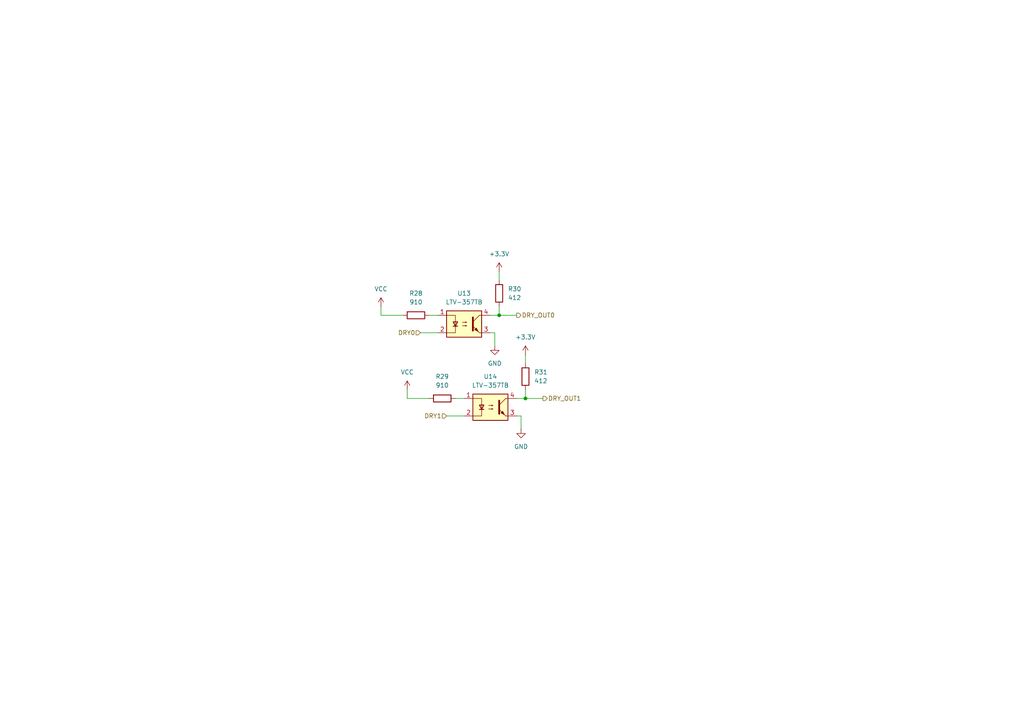
<source format=kicad_sch>
(kicad_sch
	(version 20250114)
	(generator "eeschema")
	(generator_version "9.0")
	(uuid "88e71994-8a58-45c4-9114-3bfd3cb3e7a4")
	(paper "A4")
	(lib_symbols
		(symbol "Device:R"
			(pin_numbers
				(hide yes)
			)
			(pin_names
				(offset 0)
			)
			(exclude_from_sim no)
			(in_bom yes)
			(on_board yes)
			(property "Reference" "R"
				(at 2.032 0 90)
				(effects
					(font
						(size 1.27 1.27)
					)
				)
			)
			(property "Value" "R"
				(at 0 0 90)
				(effects
					(font
						(size 1.27 1.27)
					)
				)
			)
			(property "Footprint" ""
				(at -1.778 0 90)
				(effects
					(font
						(size 1.27 1.27)
					)
					(hide yes)
				)
			)
			(property "Datasheet" "~"
				(at 0 0 0)
				(effects
					(font
						(size 1.27 1.27)
					)
					(hide yes)
				)
			)
			(property "Description" "Resistor"
				(at 0 0 0)
				(effects
					(font
						(size 1.27 1.27)
					)
					(hide yes)
				)
			)
			(property "ki_keywords" "R res resistor"
				(at 0 0 0)
				(effects
					(font
						(size 1.27 1.27)
					)
					(hide yes)
				)
			)
			(property "ki_fp_filters" "R_*"
				(at 0 0 0)
				(effects
					(font
						(size 1.27 1.27)
					)
					(hide yes)
				)
			)
			(symbol "R_0_1"
				(rectangle
					(start -1.016 -2.54)
					(end 1.016 2.54)
					(stroke
						(width 0.254)
						(type default)
					)
					(fill
						(type none)
					)
				)
			)
			(symbol "R_1_1"
				(pin passive line
					(at 0 3.81 270)
					(length 1.27)
					(name "~"
						(effects
							(font
								(size 1.27 1.27)
							)
						)
					)
					(number "1"
						(effects
							(font
								(size 1.27 1.27)
							)
						)
					)
				)
				(pin passive line
					(at 0 -3.81 90)
					(length 1.27)
					(name "~"
						(effects
							(font
								(size 1.27 1.27)
							)
						)
					)
					(number "2"
						(effects
							(font
								(size 1.27 1.27)
							)
						)
					)
				)
			)
			(embedded_fonts no)
		)
		(symbol "Isolator:LTV-357T"
			(pin_names
				(offset 1.016)
			)
			(exclude_from_sim no)
			(in_bom yes)
			(on_board yes)
			(property "Reference" "U"
				(at -5.334 4.826 0)
				(effects
					(font
						(size 1.27 1.27)
					)
					(justify left)
				)
			)
			(property "Value" "LTV-357T"
				(at 0 5.08 0)
				(effects
					(font
						(size 1.27 1.27)
					)
					(justify left)
				)
			)
			(property "Footprint" "Package_SO:SO-4_4.4x3.6mm_P2.54mm"
				(at -5.08 -5.08 0)
				(effects
					(font
						(size 1.27 1.27)
						(italic yes)
					)
					(justify left)
					(hide yes)
				)
			)
			(property "Datasheet" "https://www.buerklin.com/medias/sys_master/download/download/h91/ha0/8892020588574.pdf"
				(at 0 0 0)
				(effects
					(font
						(size 1.27 1.27)
					)
					(justify left)
					(hide yes)
				)
			)
			(property "Description" "DC Optocoupler, Vce 35V, CTR 50%, SO-4"
				(at 0 0 0)
				(effects
					(font
						(size 1.27 1.27)
					)
					(hide yes)
				)
			)
			(property "ki_keywords" "NPN DC Optocoupler"
				(at 0 0 0)
				(effects
					(font
						(size 1.27 1.27)
					)
					(hide yes)
				)
			)
			(property "ki_fp_filters" "SO*4.4x3.6mm*P2.54mm*"
				(at 0 0 0)
				(effects
					(font
						(size 1.27 1.27)
					)
					(hide yes)
				)
			)
			(symbol "LTV-357T_0_1"
				(rectangle
					(start -5.08 3.81)
					(end 5.08 -3.81)
					(stroke
						(width 0.254)
						(type default)
					)
					(fill
						(type background)
					)
				)
				(polyline
					(pts
						(xy -5.08 2.54) (xy -2.54 2.54) (xy -2.54 -0.762)
					)
					(stroke
						(width 0)
						(type default)
					)
					(fill
						(type none)
					)
				)
				(polyline
					(pts
						(xy -3.175 -0.635) (xy -1.905 -0.635)
					)
					(stroke
						(width 0.254)
						(type default)
					)
					(fill
						(type none)
					)
				)
				(polyline
					(pts
						(xy -2.54 -0.635) (xy -2.54 -2.54) (xy -5.08 -2.54)
					)
					(stroke
						(width 0)
						(type default)
					)
					(fill
						(type none)
					)
				)
				(polyline
					(pts
						(xy -2.54 -0.635) (xy -3.175 0.635) (xy -1.905 0.635) (xy -2.54 -0.635)
					)
					(stroke
						(width 0.254)
						(type default)
					)
					(fill
						(type none)
					)
				)
				(polyline
					(pts
						(xy -0.508 0.508) (xy 0.762 0.508) (xy 0.381 0.381) (xy 0.381 0.635) (xy 0.762 0.508)
					)
					(stroke
						(width 0)
						(type default)
					)
					(fill
						(type none)
					)
				)
				(polyline
					(pts
						(xy -0.508 -0.508) (xy 0.762 -0.508) (xy 0.381 -0.635) (xy 0.381 -0.381) (xy 0.762 -0.508)
					)
					(stroke
						(width 0)
						(type default)
					)
					(fill
						(type none)
					)
				)
				(polyline
					(pts
						(xy 2.54 1.905) (xy 2.54 -1.905) (xy 2.54 -1.905)
					)
					(stroke
						(width 0.508)
						(type default)
					)
					(fill
						(type none)
					)
				)
				(polyline
					(pts
						(xy 2.54 0.635) (xy 4.445 2.54)
					)
					(stroke
						(width 0)
						(type default)
					)
					(fill
						(type none)
					)
				)
				(polyline
					(pts
						(xy 3.048 -1.651) (xy 3.556 -1.143) (xy 4.064 -2.159) (xy 3.048 -1.651) (xy 3.048 -1.651)
					)
					(stroke
						(width 0)
						(type default)
					)
					(fill
						(type outline)
					)
				)
				(polyline
					(pts
						(xy 4.445 2.54) (xy 5.08 2.54)
					)
					(stroke
						(width 0)
						(type default)
					)
					(fill
						(type none)
					)
				)
				(polyline
					(pts
						(xy 4.445 -2.54) (xy 2.54 -0.635)
					)
					(stroke
						(width 0)
						(type default)
					)
					(fill
						(type outline)
					)
				)
				(polyline
					(pts
						(xy 4.445 -2.54) (xy 5.08 -2.54)
					)
					(stroke
						(width 0)
						(type default)
					)
					(fill
						(type none)
					)
				)
			)
			(symbol "LTV-357T_1_1"
				(pin passive line
					(at -7.62 2.54 0)
					(length 2.54)
					(name "~"
						(effects
							(font
								(size 1.27 1.27)
							)
						)
					)
					(number "1"
						(effects
							(font
								(size 1.27 1.27)
							)
						)
					)
				)
				(pin passive line
					(at -7.62 -2.54 0)
					(length 2.54)
					(name "~"
						(effects
							(font
								(size 1.27 1.27)
							)
						)
					)
					(number "2"
						(effects
							(font
								(size 1.27 1.27)
							)
						)
					)
				)
				(pin passive line
					(at 7.62 2.54 180)
					(length 2.54)
					(name "~"
						(effects
							(font
								(size 1.27 1.27)
							)
						)
					)
					(number "4"
						(effects
							(font
								(size 1.27 1.27)
							)
						)
					)
				)
				(pin passive line
					(at 7.62 -2.54 180)
					(length 2.54)
					(name "~"
						(effects
							(font
								(size 1.27 1.27)
							)
						)
					)
					(number "3"
						(effects
							(font
								(size 1.27 1.27)
							)
						)
					)
				)
			)
			(embedded_fonts no)
		)
		(symbol "power:+3.3V"
			(power)
			(pin_numbers
				(hide yes)
			)
			(pin_names
				(offset 0)
				(hide yes)
			)
			(exclude_from_sim no)
			(in_bom yes)
			(on_board yes)
			(property "Reference" "#PWR"
				(at 0 -3.81 0)
				(effects
					(font
						(size 1.27 1.27)
					)
					(hide yes)
				)
			)
			(property "Value" "+3.3V"
				(at 0 3.556 0)
				(effects
					(font
						(size 1.27 1.27)
					)
				)
			)
			(property "Footprint" ""
				(at 0 0 0)
				(effects
					(font
						(size 1.27 1.27)
					)
					(hide yes)
				)
			)
			(property "Datasheet" ""
				(at 0 0 0)
				(effects
					(font
						(size 1.27 1.27)
					)
					(hide yes)
				)
			)
			(property "Description" "Power symbol creates a global label with name \"+3.3V\""
				(at 0 0 0)
				(effects
					(font
						(size 1.27 1.27)
					)
					(hide yes)
				)
			)
			(property "ki_keywords" "global power"
				(at 0 0 0)
				(effects
					(font
						(size 1.27 1.27)
					)
					(hide yes)
				)
			)
			(symbol "+3.3V_0_1"
				(polyline
					(pts
						(xy -0.762 1.27) (xy 0 2.54)
					)
					(stroke
						(width 0)
						(type default)
					)
					(fill
						(type none)
					)
				)
				(polyline
					(pts
						(xy 0 2.54) (xy 0.762 1.27)
					)
					(stroke
						(width 0)
						(type default)
					)
					(fill
						(type none)
					)
				)
				(polyline
					(pts
						(xy 0 0) (xy 0 2.54)
					)
					(stroke
						(width 0)
						(type default)
					)
					(fill
						(type none)
					)
				)
			)
			(symbol "+3.3V_1_1"
				(pin power_in line
					(at 0 0 90)
					(length 0)
					(name "~"
						(effects
							(font
								(size 1.27 1.27)
							)
						)
					)
					(number "1"
						(effects
							(font
								(size 1.27 1.27)
							)
						)
					)
				)
			)
			(embedded_fonts no)
		)
		(symbol "power:GND"
			(power)
			(pin_numbers
				(hide yes)
			)
			(pin_names
				(offset 0)
				(hide yes)
			)
			(exclude_from_sim no)
			(in_bom yes)
			(on_board yes)
			(property "Reference" "#PWR"
				(at 0 -6.35 0)
				(effects
					(font
						(size 1.27 1.27)
					)
					(hide yes)
				)
			)
			(property "Value" "GND"
				(at 0 -3.81 0)
				(effects
					(font
						(size 1.27 1.27)
					)
				)
			)
			(property "Footprint" ""
				(at 0 0 0)
				(effects
					(font
						(size 1.27 1.27)
					)
					(hide yes)
				)
			)
			(property "Datasheet" ""
				(at 0 0 0)
				(effects
					(font
						(size 1.27 1.27)
					)
					(hide yes)
				)
			)
			(property "Description" "Power symbol creates a global label with name \"GND\" , ground"
				(at 0 0 0)
				(effects
					(font
						(size 1.27 1.27)
					)
					(hide yes)
				)
			)
			(property "ki_keywords" "global power"
				(at 0 0 0)
				(effects
					(font
						(size 1.27 1.27)
					)
					(hide yes)
				)
			)
			(symbol "GND_0_1"
				(polyline
					(pts
						(xy 0 0) (xy 0 -1.27) (xy 1.27 -1.27) (xy 0 -2.54) (xy -1.27 -1.27) (xy 0 -1.27)
					)
					(stroke
						(width 0)
						(type default)
					)
					(fill
						(type none)
					)
				)
			)
			(symbol "GND_1_1"
				(pin power_in line
					(at 0 0 270)
					(length 0)
					(name "~"
						(effects
							(font
								(size 1.27 1.27)
							)
						)
					)
					(number "1"
						(effects
							(font
								(size 1.27 1.27)
							)
						)
					)
				)
			)
			(embedded_fonts no)
		)
		(symbol "power:VCC"
			(power)
			(pin_numbers
				(hide yes)
			)
			(pin_names
				(offset 0)
				(hide yes)
			)
			(exclude_from_sim no)
			(in_bom yes)
			(on_board yes)
			(property "Reference" "#PWR"
				(at 0 -3.81 0)
				(effects
					(font
						(size 1.27 1.27)
					)
					(hide yes)
				)
			)
			(property "Value" "VCC"
				(at 0 3.556 0)
				(effects
					(font
						(size 1.27 1.27)
					)
				)
			)
			(property "Footprint" ""
				(at 0 0 0)
				(effects
					(font
						(size 1.27 1.27)
					)
					(hide yes)
				)
			)
			(property "Datasheet" ""
				(at 0 0 0)
				(effects
					(font
						(size 1.27 1.27)
					)
					(hide yes)
				)
			)
			(property "Description" "Power symbol creates a global label with name \"VCC\""
				(at 0 0 0)
				(effects
					(font
						(size 1.27 1.27)
					)
					(hide yes)
				)
			)
			(property "ki_keywords" "global power"
				(at 0 0 0)
				(effects
					(font
						(size 1.27 1.27)
					)
					(hide yes)
				)
			)
			(symbol "VCC_0_1"
				(polyline
					(pts
						(xy -0.762 1.27) (xy 0 2.54)
					)
					(stroke
						(width 0)
						(type default)
					)
					(fill
						(type none)
					)
				)
				(polyline
					(pts
						(xy 0 2.54) (xy 0.762 1.27)
					)
					(stroke
						(width 0)
						(type default)
					)
					(fill
						(type none)
					)
				)
				(polyline
					(pts
						(xy 0 0) (xy 0 2.54)
					)
					(stroke
						(width 0)
						(type default)
					)
					(fill
						(type none)
					)
				)
			)
			(symbol "VCC_1_1"
				(pin power_in line
					(at 0 0 90)
					(length 0)
					(name "~"
						(effects
							(font
								(size 1.27 1.27)
							)
						)
					)
					(number "1"
						(effects
							(font
								(size 1.27 1.27)
							)
						)
					)
				)
			)
			(embedded_fonts no)
		)
	)
	(junction
		(at 152.4 115.57)
		(diameter 0)
		(color 0 0 0 0)
		(uuid "736345cf-ff56-4f5b-a405-536ef7eb0e36")
	)
	(junction
		(at 144.78 91.44)
		(diameter 0)
		(color 0 0 0 0)
		(uuid "b4b6ea55-c2e7-461e-ab8a-cc464b905b49")
	)
	(wire
		(pts
			(xy 118.11 113.03) (xy 118.11 115.57)
		)
		(stroke
			(width 0)
			(type default)
		)
		(uuid "09e5a5dc-8260-4ed4-9c24-9e07e7ffe86d")
	)
	(wire
		(pts
			(xy 132.08 115.57) (xy 134.62 115.57)
		)
		(stroke
			(width 0)
			(type default)
		)
		(uuid "0e8954d3-80ea-4caf-9770-8ae4678e8f14")
	)
	(wire
		(pts
			(xy 143.51 100.33) (xy 143.51 96.52)
		)
		(stroke
			(width 0)
			(type default)
		)
		(uuid "1484ba0b-9bf0-4786-a034-c2c5130c3c35")
	)
	(wire
		(pts
			(xy 142.24 91.44) (xy 144.78 91.44)
		)
		(stroke
			(width 0)
			(type default)
		)
		(uuid "1a455951-0fe7-4d19-8a64-cc1e5434e499")
	)
	(wire
		(pts
			(xy 144.78 78.74) (xy 144.78 81.28)
		)
		(stroke
			(width 0)
			(type default)
		)
		(uuid "314311d5-a590-4967-b59f-f44cc3259c47")
	)
	(wire
		(pts
			(xy 144.78 91.44) (xy 144.78 88.9)
		)
		(stroke
			(width 0)
			(type default)
		)
		(uuid "5cb880b9-19c8-471d-b569-cca6ab448e19")
	)
	(wire
		(pts
			(xy 152.4 115.57) (xy 152.4 113.03)
		)
		(stroke
			(width 0)
			(type default)
		)
		(uuid "725c3b28-4733-4a5b-8978-fdfa329fed77")
	)
	(wire
		(pts
			(xy 149.86 115.57) (xy 152.4 115.57)
		)
		(stroke
			(width 0)
			(type default)
		)
		(uuid "76355fbd-a75b-4268-b106-ef56f3681c4e")
	)
	(wire
		(pts
			(xy 124.46 91.44) (xy 127 91.44)
		)
		(stroke
			(width 0)
			(type default)
		)
		(uuid "7b31c648-993d-4ca8-bc40-4a719c50239d")
	)
	(wire
		(pts
			(xy 110.49 88.9) (xy 110.49 91.44)
		)
		(stroke
			(width 0)
			(type default)
		)
		(uuid "83f5c061-783b-4ec5-93de-1a56c0118796")
	)
	(wire
		(pts
			(xy 121.92 96.52) (xy 127 96.52)
		)
		(stroke
			(width 0)
			(type default)
		)
		(uuid "9ad8362c-a4f8-4544-afa3-51b189844504")
	)
	(wire
		(pts
			(xy 129.54 120.65) (xy 134.62 120.65)
		)
		(stroke
			(width 0)
			(type default)
		)
		(uuid "b1c11f97-e8a1-41ec-a8f2-a9b39176e4ab")
	)
	(wire
		(pts
			(xy 151.13 124.46) (xy 151.13 120.65)
		)
		(stroke
			(width 0)
			(type default)
		)
		(uuid "ba5c1f0b-8060-4922-b8bb-93e93f70b208")
	)
	(wire
		(pts
			(xy 144.78 91.44) (xy 149.86 91.44)
		)
		(stroke
			(width 0)
			(type default)
		)
		(uuid "c686b1ed-362f-4e0a-8a3f-2ba5d2d53dee")
	)
	(wire
		(pts
			(xy 151.13 120.65) (xy 149.86 120.65)
		)
		(stroke
			(width 0)
			(type default)
		)
		(uuid "d93e0d23-aab3-4038-b2bd-756f4b59c887")
	)
	(wire
		(pts
			(xy 152.4 115.57) (xy 157.48 115.57)
		)
		(stroke
			(width 0)
			(type default)
		)
		(uuid "da2b74bd-dd12-47cc-9dc8-88e6a2eaaaf9")
	)
	(wire
		(pts
			(xy 152.4 102.87) (xy 152.4 105.41)
		)
		(stroke
			(width 0)
			(type default)
		)
		(uuid "dc741fc1-0d70-43fc-bf65-b076b342bf26")
	)
	(wire
		(pts
			(xy 118.11 115.57) (xy 124.46 115.57)
		)
		(stroke
			(width 0)
			(type default)
		)
		(uuid "e3c0b6c9-7c99-471b-9f24-3948506abbce")
	)
	(wire
		(pts
			(xy 110.49 91.44) (xy 116.84 91.44)
		)
		(stroke
			(width 0)
			(type default)
		)
		(uuid "f19e9cb0-812a-4936-a2dd-55f46bd69691")
	)
	(wire
		(pts
			(xy 143.51 96.52) (xy 142.24 96.52)
		)
		(stroke
			(width 0)
			(type default)
		)
		(uuid "fa189728-2508-410d-8213-3397c522e00b")
	)
	(hierarchical_label "DRY_OUT1"
		(shape output)
		(at 157.48 115.57 0)
		(effects
			(font
				(size 1.27 1.27)
			)
			(justify left)
		)
		(uuid "4134ce96-7c14-4c8f-8f93-a1660228e223")
	)
	(hierarchical_label "DRY_OUT0"
		(shape output)
		(at 149.86 91.44 0)
		(effects
			(font
				(size 1.27 1.27)
			)
			(justify left)
		)
		(uuid "b0dd7ac4-88bf-4b9d-ba2c-ea93b7e38d48")
	)
	(hierarchical_label "DRY0"
		(shape input)
		(at 121.92 96.52 180)
		(effects
			(font
				(size 1.27 1.27)
			)
			(justify right)
		)
		(uuid "ecc28fab-6c56-48d7-88f5-7f02be6da467")
	)
	(hierarchical_label "DRY1"
		(shape input)
		(at 129.54 120.65 180)
		(effects
			(font
				(size 1.27 1.27)
			)
			(justify right)
		)
		(uuid "ef74fafb-4c4b-4c04-989a-f0c9cc76abf7")
	)
	(symbol
		(lib_id "power:VCC")
		(at 118.11 113.03 0)
		(unit 1)
		(exclude_from_sim no)
		(in_bom yes)
		(on_board yes)
		(dnp no)
		(fields_autoplaced yes)
		(uuid "079fcf5c-0ed6-483f-8fe9-269abf45a63e")
		(property "Reference" "#PWR052"
			(at 118.11 116.84 0)
			(effects
				(font
					(size 1.27 1.27)
				)
				(hide yes)
			)
		)
		(property "Value" "VCC"
			(at 118.11 107.95 0)
			(effects
				(font
					(size 1.27 1.27)
				)
			)
		)
		(property "Footprint" ""
			(at 118.11 113.03 0)
			(effects
				(font
					(size 1.27 1.27)
				)
				(hide yes)
			)
		)
		(property "Datasheet" ""
			(at 118.11 113.03 0)
			(effects
				(font
					(size 1.27 1.27)
				)
				(hide yes)
			)
		)
		(property "Description" "Power symbol creates a global label with name \"VCC\""
			(at 118.11 113.03 0)
			(effects
				(font
					(size 1.27 1.27)
				)
				(hide yes)
			)
		)
		(pin "1"
			(uuid "2141adbf-d6ed-4d8c-a32b-a1b01240a436")
		)
		(instances
			(project "NIVARA"
				(path "/e09284a3-0da6-4b1c-80d3-a52d405369d9/b46cdcb1-15cb-4562-89d5-6c513685d0bc/919fc01a-1d82-4faa-bacd-21f4e0c79661"
					(reference "#PWR052")
					(unit 1)
				)
			)
		)
	)
	(symbol
		(lib_id "power:VCC")
		(at 110.49 88.9 0)
		(unit 1)
		(exclude_from_sim no)
		(in_bom yes)
		(on_board yes)
		(dnp no)
		(fields_autoplaced yes)
		(uuid "0e9ff21a-3c8b-4939-9c28-d924bcf91d0f")
		(property "Reference" "#PWR051"
			(at 110.49 92.71 0)
			(effects
				(font
					(size 1.27 1.27)
				)
				(hide yes)
			)
		)
		(property "Value" "VCC"
			(at 110.49 83.82 0)
			(effects
				(font
					(size 1.27 1.27)
				)
			)
		)
		(property "Footprint" ""
			(at 110.49 88.9 0)
			(effects
				(font
					(size 1.27 1.27)
				)
				(hide yes)
			)
		)
		(property "Datasheet" ""
			(at 110.49 88.9 0)
			(effects
				(font
					(size 1.27 1.27)
				)
				(hide yes)
			)
		)
		(property "Description" "Power symbol creates a global label with name \"VCC\""
			(at 110.49 88.9 0)
			(effects
				(font
					(size 1.27 1.27)
				)
				(hide yes)
			)
		)
		(pin "1"
			(uuid "ae4b156c-acf0-45d0-a0b0-0fe38a76b329")
		)
		(instances
			(project "NIVARA"
				(path "/e09284a3-0da6-4b1c-80d3-a52d405369d9/b46cdcb1-15cb-4562-89d5-6c513685d0bc/919fc01a-1d82-4faa-bacd-21f4e0c79661"
					(reference "#PWR051")
					(unit 1)
				)
			)
		)
	)
	(symbol
		(lib_id "Device:R")
		(at 128.27 115.57 90)
		(unit 1)
		(exclude_from_sim no)
		(in_bom yes)
		(on_board yes)
		(dnp no)
		(fields_autoplaced yes)
		(uuid "2b77581c-47f1-4add-ad2f-e655a5e01d52")
		(property "Reference" "R29"
			(at 128.27 109.22 90)
			(effects
				(font
					(size 1.27 1.27)
				)
			)
		)
		(property "Value" "910"
			(at 128.27 111.76 90)
			(effects
				(font
					(size 1.27 1.27)
				)
			)
		)
		(property "Footprint" "Resistor_SMD:R_0603_1608Metric"
			(at 128.27 117.348 90)
			(effects
				(font
					(size 1.27 1.27)
				)
				(hide yes)
			)
		)
		(property "Datasheet" "~"
			(at 128.27 115.57 0)
			(effects
				(font
					(size 1.27 1.27)
				)
				(hide yes)
			)
		)
		(property "Description" "Resistor"
			(at 128.27 115.57 0)
			(effects
				(font
					(size 1.27 1.27)
				)
				(hide yes)
			)
		)
		(property "LCSC#" "C114670"
			(at 128.27 115.57 90)
			(effects
				(font
					(size 1.27 1.27)
				)
				(hide yes)
			)
		)
		(pin "1"
			(uuid "e9f387e4-963c-4111-a612-10a3c9517121")
		)
		(pin "2"
			(uuid "9629884a-a77b-4b47-aefa-d20dedf32931")
		)
		(instances
			(project "NIVARA"
				(path "/e09284a3-0da6-4b1c-80d3-a52d405369d9/b46cdcb1-15cb-4562-89d5-6c513685d0bc/919fc01a-1d82-4faa-bacd-21f4e0c79661"
					(reference "R29")
					(unit 1)
				)
			)
		)
	)
	(symbol
		(lib_id "Isolator:LTV-357T")
		(at 142.24 118.11 0)
		(unit 1)
		(exclude_from_sim no)
		(in_bom yes)
		(on_board yes)
		(dnp no)
		(fields_autoplaced yes)
		(uuid "5dba79b2-47c5-45c0-b4b0-e585f2fa7fff")
		(property "Reference" "U14"
			(at 142.24 109.22 0)
			(effects
				(font
					(size 1.27 1.27)
				)
			)
		)
		(property "Value" "LTV-357TB"
			(at 142.24 111.76 0)
			(effects
				(font
					(size 1.27 1.27)
				)
			)
		)
		(property "Footprint" "Package_SO:SO-4_4.4x3.6mm_P2.54mm"
			(at 137.16 123.19 0)
			(effects
				(font
					(size 1.27 1.27)
					(italic yes)
				)
				(justify left)
				(hide yes)
			)
		)
		(property "Datasheet" "https://www.buerklin.com/medias/sys_master/download/download/h91/ha0/8892020588574.pdf"
			(at 142.24 118.11 0)
			(effects
				(font
					(size 1.27 1.27)
				)
				(justify left)
				(hide yes)
			)
		)
		(property "Description" "DC Optocoupler, Vce 35V, CTR 50%, SO-4"
			(at 142.24 118.11 0)
			(effects
				(font
					(size 1.27 1.27)
				)
				(hide yes)
			)
		)
		(pin "3"
			(uuid "2e13c996-3af2-4fd1-8d95-6e3287a37812")
		)
		(pin "1"
			(uuid "97ad07f4-a2ad-4b14-a1c7-af22889a602b")
		)
		(pin "2"
			(uuid "8353efe2-9cd3-44e8-96f7-45f10e9b8714")
		)
		(pin "4"
			(uuid "c76978eb-c78a-41a3-9fd5-cd0173fb4c72")
		)
		(instances
			(project "NIVARA"
				(path "/e09284a3-0da6-4b1c-80d3-a52d405369d9/b46cdcb1-15cb-4562-89d5-6c513685d0bc/919fc01a-1d82-4faa-bacd-21f4e0c79661"
					(reference "U14")
					(unit 1)
				)
			)
		)
	)
	(symbol
		(lib_id "power:GND")
		(at 151.13 124.46 0)
		(unit 1)
		(exclude_from_sim no)
		(in_bom yes)
		(on_board yes)
		(dnp no)
		(fields_autoplaced yes)
		(uuid "5f7d8ac5-992d-461e-af01-b27ec6892536")
		(property "Reference" "#PWR056"
			(at 151.13 130.81 0)
			(effects
				(font
					(size 1.27 1.27)
				)
				(hide yes)
			)
		)
		(property "Value" "GND"
			(at 151.13 129.54 0)
			(effects
				(font
					(size 1.27 1.27)
				)
			)
		)
		(property "Footprint" ""
			(at 151.13 124.46 0)
			(effects
				(font
					(size 1.27 1.27)
				)
				(hide yes)
			)
		)
		(property "Datasheet" ""
			(at 151.13 124.46 0)
			(effects
				(font
					(size 1.27 1.27)
				)
				(hide yes)
			)
		)
		(property "Description" "Power symbol creates a global label with name \"GND\" , ground"
			(at 151.13 124.46 0)
			(effects
				(font
					(size 1.27 1.27)
				)
				(hide yes)
			)
		)
		(pin "1"
			(uuid "c6c5d035-cf6a-4acf-b923-0c3f6a5275c9")
		)
		(instances
			(project "NIVARA"
				(path "/e09284a3-0da6-4b1c-80d3-a52d405369d9/b46cdcb1-15cb-4562-89d5-6c513685d0bc/919fc01a-1d82-4faa-bacd-21f4e0c79661"
					(reference "#PWR056")
					(unit 1)
				)
			)
		)
	)
	(symbol
		(lib_id "power:GND")
		(at 143.51 100.33 0)
		(unit 1)
		(exclude_from_sim no)
		(in_bom yes)
		(on_board yes)
		(dnp no)
		(fields_autoplaced yes)
		(uuid "8c1abd17-8369-4f5f-ac47-f67695f14244")
		(property "Reference" "#PWR053"
			(at 143.51 106.68 0)
			(effects
				(font
					(size 1.27 1.27)
				)
				(hide yes)
			)
		)
		(property "Value" "GND"
			(at 143.51 105.41 0)
			(effects
				(font
					(size 1.27 1.27)
				)
			)
		)
		(property "Footprint" ""
			(at 143.51 100.33 0)
			(effects
				(font
					(size 1.27 1.27)
				)
				(hide yes)
			)
		)
		(property "Datasheet" ""
			(at 143.51 100.33 0)
			(effects
				(font
					(size 1.27 1.27)
				)
				(hide yes)
			)
		)
		(property "Description" "Power symbol creates a global label with name \"GND\" , ground"
			(at 143.51 100.33 0)
			(effects
				(font
					(size 1.27 1.27)
				)
				(hide yes)
			)
		)
		(pin "1"
			(uuid "823697c5-92cd-4b48-8665-c94ddc77c857")
		)
		(instances
			(project "NIVARA"
				(path "/e09284a3-0da6-4b1c-80d3-a52d405369d9/b46cdcb1-15cb-4562-89d5-6c513685d0bc/919fc01a-1d82-4faa-bacd-21f4e0c79661"
					(reference "#PWR053")
					(unit 1)
				)
			)
		)
	)
	(symbol
		(lib_id "Device:R")
		(at 152.4 109.22 180)
		(unit 1)
		(exclude_from_sim no)
		(in_bom yes)
		(on_board yes)
		(dnp no)
		(fields_autoplaced yes)
		(uuid "915c51b0-86af-4267-bb93-0ea546b9fd63")
		(property "Reference" "R31"
			(at 154.94 107.9499 0)
			(effects
				(font
					(size 1.27 1.27)
				)
				(justify right)
			)
		)
		(property "Value" "412"
			(at 154.94 110.4899 0)
			(effects
				(font
					(size 1.27 1.27)
				)
				(justify right)
			)
		)
		(property "Footprint" "Resistor_SMD:R_0603_1608Metric"
			(at 154.178 109.22 90)
			(effects
				(font
					(size 1.27 1.27)
				)
				(hide yes)
			)
		)
		(property "Datasheet" "~"
			(at 152.4 109.22 0)
			(effects
				(font
					(size 1.27 1.27)
				)
				(hide yes)
			)
		)
		(property "Description" "Resistor"
			(at 152.4 109.22 0)
			(effects
				(font
					(size 1.27 1.27)
				)
				(hide yes)
			)
		)
		(pin "1"
			(uuid "defb28ca-8210-49fa-9bb7-ef63e68cb545")
		)
		(pin "2"
			(uuid "99414026-69c1-4c99-b66e-9d256355e75f")
		)
		(instances
			(project "NIVARA"
				(path "/e09284a3-0da6-4b1c-80d3-a52d405369d9/b46cdcb1-15cb-4562-89d5-6c513685d0bc/919fc01a-1d82-4faa-bacd-21f4e0c79661"
					(reference "R31")
					(unit 1)
				)
			)
		)
	)
	(symbol
		(lib_id "power:+3.3V")
		(at 152.4 102.87 0)
		(unit 1)
		(exclude_from_sim no)
		(in_bom yes)
		(on_board yes)
		(dnp no)
		(fields_autoplaced yes)
		(uuid "98e197bd-9b1f-413f-9407-dbc9b177ec18")
		(property "Reference" "#PWR057"
			(at 152.4 106.68 0)
			(effects
				(font
					(size 1.27 1.27)
				)
				(hide yes)
			)
		)
		(property "Value" "+3.3V"
			(at 152.4 97.79 0)
			(effects
				(font
					(size 1.27 1.27)
				)
			)
		)
		(property "Footprint" ""
			(at 152.4 102.87 0)
			(effects
				(font
					(size 1.27 1.27)
				)
				(hide yes)
			)
		)
		(property "Datasheet" ""
			(at 152.4 102.87 0)
			(effects
				(font
					(size 1.27 1.27)
				)
				(hide yes)
			)
		)
		(property "Description" "Power symbol creates a global label with name \"+3.3V\""
			(at 152.4 102.87 0)
			(effects
				(font
					(size 1.27 1.27)
				)
				(hide yes)
			)
		)
		(pin "1"
			(uuid "93276e0a-7f17-4acf-81ec-1660bcc54fba")
		)
		(instances
			(project "NIVARA"
				(path "/e09284a3-0da6-4b1c-80d3-a52d405369d9/b46cdcb1-15cb-4562-89d5-6c513685d0bc/919fc01a-1d82-4faa-bacd-21f4e0c79661"
					(reference "#PWR057")
					(unit 1)
				)
			)
		)
	)
	(symbol
		(lib_id "Device:R")
		(at 144.78 85.09 180)
		(unit 1)
		(exclude_from_sim no)
		(in_bom yes)
		(on_board yes)
		(dnp no)
		(fields_autoplaced yes)
		(uuid "9e2ddc58-1ebf-4f1d-b281-e81cc494fed6")
		(property "Reference" "R30"
			(at 147.32 83.8199 0)
			(effects
				(font
					(size 1.27 1.27)
				)
				(justify right)
			)
		)
		(property "Value" "412"
			(at 147.32 86.3599 0)
			(effects
				(font
					(size 1.27 1.27)
				)
				(justify right)
			)
		)
		(property "Footprint" "Resistor_SMD:R_0603_1608Metric"
			(at 146.558 85.09 90)
			(effects
				(font
					(size 1.27 1.27)
				)
				(hide yes)
			)
		)
		(property "Datasheet" "~"
			(at 144.78 85.09 0)
			(effects
				(font
					(size 1.27 1.27)
				)
				(hide yes)
			)
		)
		(property "Description" "Resistor"
			(at 144.78 85.09 0)
			(effects
				(font
					(size 1.27 1.27)
				)
				(hide yes)
			)
		)
		(pin "1"
			(uuid "83c466b5-d371-42b0-9b27-6f01891af0a2")
		)
		(pin "2"
			(uuid "c7989b5a-38c9-42af-bc10-b50b788431bd")
		)
		(instances
			(project "NIVARA"
				(path "/e09284a3-0da6-4b1c-80d3-a52d405369d9/b46cdcb1-15cb-4562-89d5-6c513685d0bc/919fc01a-1d82-4faa-bacd-21f4e0c79661"
					(reference "R30")
					(unit 1)
				)
			)
		)
	)
	(symbol
		(lib_id "Device:R")
		(at 120.65 91.44 90)
		(unit 1)
		(exclude_from_sim no)
		(in_bom yes)
		(on_board yes)
		(dnp no)
		(fields_autoplaced yes)
		(uuid "d8c49b9a-d194-4985-855d-85b1ffab3091")
		(property "Reference" "R28"
			(at 120.65 85.09 90)
			(effects
				(font
					(size 1.27 1.27)
				)
			)
		)
		(property "Value" "910"
			(at 120.65 87.63 90)
			(effects
				(font
					(size 1.27 1.27)
				)
			)
		)
		(property "Footprint" "Resistor_SMD:R_0603_1608Metric"
			(at 120.65 93.218 90)
			(effects
				(font
					(size 1.27 1.27)
				)
				(hide yes)
			)
		)
		(property "Datasheet" "~"
			(at 120.65 91.44 0)
			(effects
				(font
					(size 1.27 1.27)
				)
				(hide yes)
			)
		)
		(property "Description" "Resistor"
			(at 120.65 91.44 0)
			(effects
				(font
					(size 1.27 1.27)
				)
				(hide yes)
			)
		)
		(property "LCSC#" "C114670"
			(at 120.65 91.44 90)
			(effects
				(font
					(size 1.27 1.27)
				)
				(hide yes)
			)
		)
		(pin "1"
			(uuid "51371739-a0b1-4044-9ff5-76dbb060fcde")
		)
		(pin "2"
			(uuid "73bf5584-93d8-461e-abf5-7f5e27d2eb1c")
		)
		(instances
			(project "NIVARA"
				(path "/e09284a3-0da6-4b1c-80d3-a52d405369d9/b46cdcb1-15cb-4562-89d5-6c513685d0bc/919fc01a-1d82-4faa-bacd-21f4e0c79661"
					(reference "R28")
					(unit 1)
				)
			)
		)
	)
	(symbol
		(lib_id "power:+3.3V")
		(at 144.78 78.74 0)
		(unit 1)
		(exclude_from_sim no)
		(in_bom yes)
		(on_board yes)
		(dnp no)
		(fields_autoplaced yes)
		(uuid "d8eb684f-ff20-4adb-8793-77b86d681083")
		(property "Reference" "#PWR054"
			(at 144.78 82.55 0)
			(effects
				(font
					(size 1.27 1.27)
				)
				(hide yes)
			)
		)
		(property "Value" "+3.3V"
			(at 144.78 73.66 0)
			(effects
				(font
					(size 1.27 1.27)
				)
			)
		)
		(property "Footprint" ""
			(at 144.78 78.74 0)
			(effects
				(font
					(size 1.27 1.27)
				)
				(hide yes)
			)
		)
		(property "Datasheet" ""
			(at 144.78 78.74 0)
			(effects
				(font
					(size 1.27 1.27)
				)
				(hide yes)
			)
		)
		(property "Description" "Power symbol creates a global label with name \"+3.3V\""
			(at 144.78 78.74 0)
			(effects
				(font
					(size 1.27 1.27)
				)
				(hide yes)
			)
		)
		(pin "1"
			(uuid "d764b6e7-44de-40f5-a78f-c79998ec0414")
		)
		(instances
			(project "NIVARA"
				(path "/e09284a3-0da6-4b1c-80d3-a52d405369d9/b46cdcb1-15cb-4562-89d5-6c513685d0bc/919fc01a-1d82-4faa-bacd-21f4e0c79661"
					(reference "#PWR054")
					(unit 1)
				)
			)
		)
	)
	(symbol
		(lib_id "Isolator:LTV-357T")
		(at 134.62 93.98 0)
		(unit 1)
		(exclude_from_sim no)
		(in_bom yes)
		(on_board yes)
		(dnp no)
		(fields_autoplaced yes)
		(uuid "ffece6a0-d911-43ad-ae3a-26ee183eae9a")
		(property "Reference" "U13"
			(at 134.62 85.09 0)
			(effects
				(font
					(size 1.27 1.27)
				)
			)
		)
		(property "Value" "LTV-357TB"
			(at 134.62 87.63 0)
			(effects
				(font
					(size 1.27 1.27)
				)
			)
		)
		(property "Footprint" "Package_SO:SO-4_4.4x3.6mm_P2.54mm"
			(at 129.54 99.06 0)
			(effects
				(font
					(size 1.27 1.27)
					(italic yes)
				)
				(justify left)
				(hide yes)
			)
		)
		(property "Datasheet" "https://www.buerklin.com/medias/sys_master/download/download/h91/ha0/8892020588574.pdf"
			(at 134.62 93.98 0)
			(effects
				(font
					(size 1.27 1.27)
				)
				(justify left)
				(hide yes)
			)
		)
		(property "Description" "DC Optocoupler, Vce 35V, CTR 50%, SO-4"
			(at 134.62 93.98 0)
			(effects
				(font
					(size 1.27 1.27)
				)
				(hide yes)
			)
		)
		(pin "3"
			(uuid "fc95ab86-b42b-4bee-b14f-1d7e62912ed6")
		)
		(pin "1"
			(uuid "2b63fdde-8f6e-4673-9ac6-265dd0b99cc8")
		)
		(pin "2"
			(uuid "d7418190-9ddf-48f8-956a-6b89c792de50")
		)
		(pin "4"
			(uuid "48aeab0d-0b81-40e0-8ed5-8ce16b8dcf04")
		)
		(instances
			(project "NIVARA"
				(path "/e09284a3-0da6-4b1c-80d3-a52d405369d9/b46cdcb1-15cb-4562-89d5-6c513685d0bc/919fc01a-1d82-4faa-bacd-21f4e0c79661"
					(reference "U13")
					(unit 1)
				)
			)
		)
	)
)

</source>
